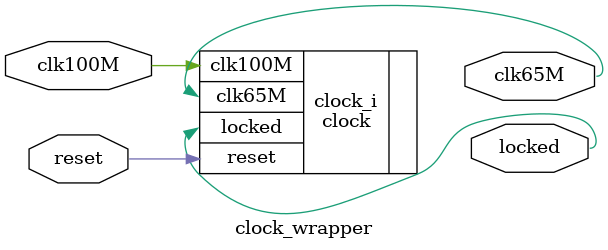
<source format=v>
`timescale 1 ps / 1 ps

module clock_wrapper
   (clk100M,
    clk65M,
    locked,
    reset);
  input clk100M;
  output clk65M;
  output locked;
  input reset;

  wire clk100M;
  wire clk65M;
  wire locked;
  wire reset;

  clock clock_i
       (.clk100M(clk100M),
        .clk65M(clk65M),
        .locked(locked),
        .reset(reset));
endmodule

</source>
